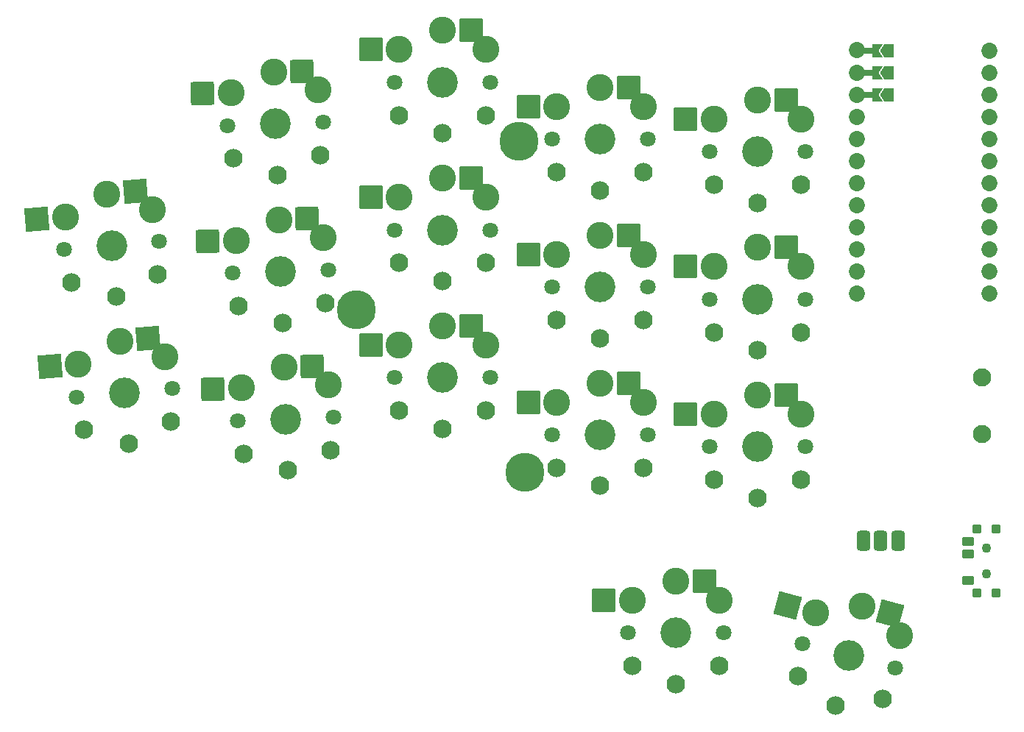
<source format=gts>
%TF.GenerationSoftware,KiCad,Pcbnew,(6.0.4)*%
%TF.CreationDate,2022-06-21T15:17:04+02:00*%
%TF.ProjectId,konafa,6b6f6e61-6661-42e6-9b69-6361645f7063,v1.0.0*%
%TF.SameCoordinates,Original*%
%TF.FileFunction,Soldermask,Top*%
%TF.FilePolarity,Negative*%
%FSLAX46Y46*%
G04 Gerber Fmt 4.6, Leading zero omitted, Abs format (unit mm)*
G04 Created by KiCad (PCBNEW (6.0.4)) date 2022-06-21 15:17:04*
%MOMM*%
%LPD*%
G01*
G04 APERTURE LIST*
G04 Aperture macros list*
%AMRoundRect*
0 Rectangle with rounded corners*
0 $1 Rounding radius*
0 $2 $3 $4 $5 $6 $7 $8 $9 X,Y pos of 4 corners*
0 Add a 4 corners polygon primitive as box body*
4,1,4,$2,$3,$4,$5,$6,$7,$8,$9,$2,$3,0*
0 Add four circle primitives for the rounded corners*
1,1,$1+$1,$2,$3*
1,1,$1+$1,$4,$5*
1,1,$1+$1,$6,$7*
1,1,$1+$1,$8,$9*
0 Add four rect primitives between the rounded corners*
20,1,$1+$1,$2,$3,$4,$5,0*
20,1,$1+$1,$4,$5,$6,$7,0*
20,1,$1+$1,$6,$7,$8,$9,0*
20,1,$1+$1,$8,$9,$2,$3,0*%
%AMFreePoly0*
4,1,16,0.535355,0.785355,0.550000,0.750000,0.550000,-0.750000,0.535355,-0.785355,0.500000,-0.800000,-0.650000,-0.800000,-0.685355,-0.785355,-0.700000,-0.750000,-0.691603,-0.722265,-0.210093,0.000000,-0.691603,0.722265,-0.699029,0.759806,-0.677735,0.791603,-0.650000,0.800000,0.500000,0.800000,0.535355,0.785355,0.535355,0.785355,$1*%
%AMFreePoly1*
4,1,16,0.535355,0.785355,0.541603,0.777735,1.041603,0.027735,1.049029,-0.009806,1.041603,-0.027735,0.541603,-0.777735,0.509806,-0.799029,0.500000,-0.800000,-0.500000,-0.800000,-0.535355,-0.785355,-0.550000,-0.750000,-0.550000,0.750000,-0.535355,0.785355,-0.500000,0.800000,0.500000,0.800000,0.535355,0.785355,0.535355,0.785355,$1*%
G04 Aperture macros list end*
%ADD10RoundRect,0.050000X-0.450000X0.450000X-0.450000X-0.450000X0.450000X-0.450000X0.450000X0.450000X0*%
%ADD11RoundRect,0.050000X-0.625000X0.450000X-0.625000X-0.450000X0.625000X-0.450000X0.625000X0.450000X0*%
%ADD12RoundRect,0.425000X-0.375000X-0.750000X0.375000X-0.750000X0.375000X0.750000X-0.375000X0.750000X0*%
%ADD13C,2.100000*%
%ADD14C,1.801800*%
%ADD15C,3.100000*%
%ADD16C,3.529000*%
%ADD17C,2.132000*%
%ADD18RoundRect,0.050000X-1.253839X-1.344577X1.344577X-1.253839X1.253839X1.344577X-1.344577X1.253839X0*%
%ADD19RoundRect,0.050000X-1.300000X-1.300000X1.300000X-1.300000X1.300000X1.300000X-1.300000X1.300000X0*%
%ADD20RoundRect,0.050000X-1.592168X-0.919239X0.919239X-1.592168X1.592168X0.919239X-0.919239X1.592168X0*%
%ADD21C,1.100000*%
%ADD22RoundRect,0.050000X-1.181751X-1.408356X1.408356X-1.181751X1.181751X1.408356X-1.408356X1.181751X0*%
%ADD23C,1.852600*%
%ADD24FreePoly0,180.000000*%
%ADD25RoundRect,0.050000X-0.762000X0.250000X-0.762000X-0.250000X0.762000X-0.250000X0.762000X0.250000X0*%
%ADD26FreePoly1,180.000000*%
%ADD27C,4.500000*%
G04 APERTURE END LIST*
D10*
%TO.C,T1*%
X157904000Y54466000D03*
X160104000Y61866000D03*
X160104000Y54466000D03*
X157904000Y61866000D03*
D11*
X156929000Y55916000D03*
X156929000Y58916000D03*
X156929000Y60416000D03*
%TD*%
D12*
%TO.C,PAD1*%
X148871860Y60487381D03*
X146871860Y60487381D03*
X144871860Y60487381D03*
%TD*%
D13*
%TO.C,B1*%
X158496000Y79248000D03*
X158496000Y72748000D03*
%TD*%
D14*
%TO.C,S11*%
X71773275Y108266500D03*
D15*
X77062273Y114404822D03*
D16*
X77269925Y108458447D03*
D15*
X82136006Y112380659D03*
X72142098Y112031664D03*
D14*
X82766575Y108650394D03*
D17*
X72405589Y104486264D03*
D18*
X80335277Y114519117D03*
D17*
X82399497Y104835259D03*
X77475832Y102562041D03*
D18*
X68869092Y111917369D03*
%TD*%
D16*
%TO.C,S15*%
X96495817Y96246989D03*
D15*
X96495817Y102196989D03*
D14*
X90995817Y96246989D03*
D15*
X101495817Y99996988D03*
X91495817Y99996988D03*
D14*
X101995817Y96246989D03*
D17*
X91495817Y92446989D03*
X101495817Y92446989D03*
D19*
X99770816Y102196988D03*
X88220816Y99996989D03*
D17*
X96495817Y90346989D03*
%TD*%
D15*
%TO.C,S21*%
X114611087Y95636017D03*
D14*
X109111087Y89686017D03*
X120111087Y89686017D03*
D15*
X109611087Y93436016D03*
X119611087Y93436016D03*
D16*
X114611087Y89686017D03*
D19*
X117886086Y95636016D03*
D17*
X109611087Y85886017D03*
X119611087Y85886017D03*
X114611087Y83786017D03*
D19*
X106336086Y93436017D03*
%TD*%
D14*
%TO.C,S29*%
X138218280Y105278852D03*
D15*
X137718280Y109028851D03*
X127718280Y109028851D03*
D14*
X127218280Y105278852D03*
D16*
X132718280Y105278852D03*
D15*
X132718280Y111228852D03*
D19*
X135993279Y111228851D03*
D17*
X127718280Y101478852D03*
X137718280Y101478852D03*
X132718280Y99378852D03*
D19*
X124443279Y109028852D03*
%TD*%
D15*
%TO.C,S33*%
X149013668Y49563678D03*
D14*
X148526060Y45812047D03*
D15*
X144753441Y52982811D03*
D14*
X137900876Y48659057D03*
D15*
X139354410Y52151868D03*
D16*
X143213468Y47235552D03*
D17*
X147059585Y42270939D03*
D20*
X147916847Y52135178D03*
D17*
X137400326Y44859129D03*
D20*
X136191002Y52999502D03*
D17*
X141686436Y41536590D03*
%TD*%
D16*
%TO.C,S7*%
X78456509Y74479159D03*
D15*
X78248857Y80425534D03*
X73328682Y78052376D03*
X83322590Y78401371D03*
D14*
X72959859Y74287212D03*
X83953159Y74671106D03*
D18*
X81521861Y80539829D03*
D17*
X83586081Y70855971D03*
X73592173Y70506976D03*
X78662416Y68582753D03*
D18*
X70055676Y77938081D03*
%TD*%
D21*
%TO.C,T2*%
X159004000Y59666000D03*
X159004000Y56666000D03*
%TD*%
D14*
%TO.C,S5*%
X52940861Y93963998D03*
D16*
X58419932Y94443355D03*
D14*
X63899003Y94922712D03*
D15*
X57901355Y100370713D03*
X63074072Y98614863D03*
X53112125Y97743305D03*
D17*
X53770150Y90222036D03*
D22*
X61163892Y100656147D03*
D17*
X63732097Y91093594D03*
X58934151Y88565806D03*
D22*
X49849586Y97457871D03*
%TD*%
D16*
%TO.C,S27*%
X132718280Y88278852D03*
D14*
X127218280Y88278852D03*
D15*
X127718280Y92028851D03*
D14*
X138218280Y88278852D03*
D15*
X137718280Y92028851D03*
X132718280Y94228852D03*
D17*
X137718280Y84478852D03*
D19*
X135993279Y94228851D03*
D17*
X127718280Y84478852D03*
X132718280Y82378852D03*
D19*
X124443279Y92028852D03*
%TD*%
D14*
%TO.C,S9*%
X83359867Y91660750D03*
D15*
X82729298Y95391015D03*
D16*
X77863217Y91468803D03*
D15*
X72735390Y95042020D03*
X77655565Y97415178D03*
D14*
X72366567Y91276856D03*
D17*
X72998881Y87496620D03*
X82992789Y87845615D03*
D18*
X80928569Y97529473D03*
X69462384Y94927725D03*
D17*
X78069124Y85572397D03*
%TD*%
D14*
%TO.C,S13*%
X90995817Y79246989D03*
D16*
X96495817Y79246989D03*
D15*
X96495817Y85196989D03*
X91495817Y82996988D03*
D14*
X101995817Y79246989D03*
D15*
X101495817Y82996988D03*
D17*
X91495817Y75446989D03*
D19*
X99770816Y85196988D03*
D17*
X101495817Y75446989D03*
X96495817Y73346989D03*
D19*
X88220816Y82996989D03*
%TD*%
D15*
%TO.C,S27*%
X132708967Y77242685D03*
D16*
X132708967Y71292685D03*
D15*
X127708967Y75042684D03*
D14*
X127208967Y71292685D03*
D15*
X137708967Y75042684D03*
D14*
X138208967Y71292685D03*
D17*
X137708967Y67492685D03*
D19*
X135983966Y77242684D03*
D17*
X127708967Y67492685D03*
X132708967Y65392685D03*
D19*
X124433966Y75042685D03*
%TD*%
D14*
%TO.C,S17*%
X101995818Y113246989D03*
D15*
X91495818Y116996988D03*
X96495818Y119196989D03*
D16*
X96495818Y113246989D03*
D14*
X90995818Y113246989D03*
D15*
X101495818Y116996988D03*
D17*
X91495818Y109446989D03*
D19*
X99770817Y119196988D03*
D17*
X101495818Y109446989D03*
X96495818Y107346989D03*
D19*
X88220817Y116996989D03*
%TD*%
D14*
%TO.C,S31*%
X128820174Y49854554D03*
D15*
X118320174Y53604553D03*
D14*
X117820174Y49854554D03*
D15*
X128320174Y53604553D03*
X123320174Y55804554D03*
D16*
X123320174Y49854554D03*
D17*
X128320174Y46054554D03*
D19*
X126595173Y55804553D03*
D17*
X118320174Y46054554D03*
X123320174Y43954554D03*
D19*
X115045173Y53604554D03*
%TD*%
D23*
%TO.C,MCU1*%
X159385000Y114343254D03*
D24*
X146401477Y114343254D03*
X146401477Y116883254D03*
D25*
X145476477Y111803254D03*
D23*
X159385000Y111803254D03*
X144145000Y111803254D03*
D25*
X145476477Y116883254D03*
D24*
X146401477Y111803254D03*
D25*
X145476477Y114343254D03*
D23*
X144145000Y116967000D03*
X159385000Y116883254D03*
X144145000Y114343254D03*
D26*
X147851477Y116883254D03*
X147851477Y114343254D03*
X147851477Y111803254D03*
D23*
X144145000Y109263254D03*
X144145000Y106723254D03*
X144145000Y104183254D03*
X144145000Y101643254D03*
X144145000Y99103254D03*
X144145000Y96563254D03*
X144145000Y94023254D03*
X144145000Y91483254D03*
X144145000Y88943254D03*
X159385000Y109263254D03*
X159385000Y106723254D03*
X159385000Y104183254D03*
X159385000Y101643254D03*
X159385000Y99103254D03*
X159385000Y96563254D03*
X159385000Y94023254D03*
X159385000Y91483254D03*
X159385000Y88943254D03*
%TD*%
D14*
%TO.C,S3*%
X65380650Y77987400D03*
D15*
X54593772Y80807993D03*
X59383002Y83435401D03*
X64555719Y81679551D03*
D14*
X54422508Y77028686D03*
D16*
X59901579Y77508043D03*
D17*
X55251797Y73286724D03*
X65213744Y74158282D03*
D22*
X62645539Y83720835D03*
D17*
X60415798Y71630494D03*
D22*
X51331233Y80522559D03*
%TD*%
D27*
%TO.C,REF\u002A\u002A*%
X86538433Y87040631D03*
X105918000Y68326000D03*
X105253064Y106420198D03*
%TD*%
D15*
%TO.C,S23*%
X119611087Y110436016D03*
X109611087Y110436016D03*
X114611087Y112636017D03*
D14*
X109111087Y106686017D03*
D16*
X114611087Y106686017D03*
D14*
X120111087Y106686017D03*
D17*
X109611087Y102886017D03*
X119611087Y102886017D03*
D19*
X117886086Y112636016D03*
X106336086Y110436017D03*
D17*
X114611087Y100786017D03*
%TD*%
D15*
%TO.C,S19*%
X109611087Y76436016D03*
D14*
X120111087Y72686017D03*
X109111087Y72686017D03*
D16*
X114611087Y72686017D03*
D15*
X114611087Y78636017D03*
X119611087Y76436016D03*
D19*
X117886086Y78636016D03*
D17*
X109611087Y68886017D03*
X119611087Y68886017D03*
D19*
X106336086Y76436017D03*
D17*
X114611087Y66786017D03*
%TD*%
M02*

</source>
